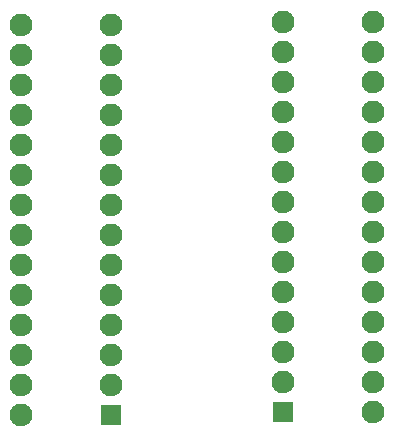
<source format=gbr>
G04 GERBER ASCII OUTPUT FROM: EDWINXP (VER. 1.61 REV. 20080315)*
G04 GERBER FORMAT: RX-274-X*
G04 BOARD: DSPIC_ADAPTER*
G04 ARTWORK OF SOLD.MASK POSITIVE*
%ASAXBY*%
%FSLAX23Y23*%
%MIA0B0*%
%MOIN*%
%OFA0.0000B0.0000*%
%SFA1B1*%
%IJA0B0*%
%INLAYER30POS*%
%IOA0B0*%
%IPPOS*%
%IR0*%
G04 APERTURE MACROS*
%AMEDWDONUT*
1,1,$1,$2,$3*
1,0,$4,$2,$3*
%
%AMEDWFRECT*
20,1,$1,$2,$3,$4,$5,$6*
%
%AMEDWORECT*
20,1,$1,$2,$3,$4,$5,$10*
20,1,$1,$4,$5,$6,$7,$10*
20,1,$1,$6,$7,$8,$9,$10*
20,1,$1,$8,$9,$2,$3,$10*
1,1,$1,$2,$3*
1,1,$1,$4,$5*
1,1,$1,$6,$7*
1,1,$1,$8,$9*
%
%AMEDWLINER*
20,1,$1,$2,$3,$4,$5,$6*
1,1,$1,$2,$3*
1,1,$1,$4,$5*
%
%AMEDWFTRNG*
4,1,3,$1,$2,$3,$4,$5,$6,$7,$8,$9*
%
%AMEDWATRNG*
4,1,3,$1,$2,$3,$4,$5,$6,$7,$8,$9*
20,1,$11,$1,$2,$3,$4,$10*
20,1,$11,$3,$4,$5,$6,$10*
20,1,$11,$5,$6,$7,$8,$10*
1,1,$11,$3,$4*
1,1,$11,$5,$6*
1,1,$11,$7,$8*
%
%AMEDWOTRNG*
20,1,$1,$2,$3,$4,$5,$8*
20,1,$1,$4,$5,$6,$7,$8*
20,1,$1,$6,$7,$2,$3,$8*
1,1,$1,$2,$3*
1,1,$1,$4,$5*
1,1,$1,$6,$7*
%
G04*
G04 APERTURE LIST*
%ADD10R,0.0500X0.0460*%
%ADD11R,0.0740X0.0700*%
%ADD12R,0.0440X0.0400*%
%ADD13R,0.0680X0.0640*%
%ADD14R,0.0460X0.0500*%
%ADD15R,0.0700X0.0740*%
%ADD16R,0.0400X0.0440*%
%ADD17R,0.0640X0.0680*%
%ADD18R,0.0700X0.0700*%
%ADD19R,0.0940X0.0940*%
%ADD20R,0.0600X0.0600*%
%ADD21R,0.0840X0.0840*%
%ADD22C,0.0010*%
%ADD24C,0.00197*%
%ADD26C,0.0020*%
%ADD27R,0.0020X0.0020*%
%ADD28C,0.0030*%
%ADD29R,0.0030X0.0030*%
%ADD30C,0.00302*%
%ADD31R,0.00302X0.00302*%
%ADD32C,0.0040*%
%ADD33R,0.0040X0.0040*%
%ADD34C,0.0050*%
%ADD35R,0.0050X0.0050*%
%ADD36C,0.00512*%
%ADD38C,0.00787*%
%ADD39R,0.00787X0.00787*%
%ADD40C,0.0080*%
%ADD42C,0.00889*%
%ADD43R,0.00889X0.00889*%
%ADD44C,0.00984*%
%ADD45R,0.00984X0.00984*%
%ADD46C,0.0100*%
%ADD47R,0.0100X0.0100*%
%ADD48C,0.01181*%
%ADD50C,0.0120*%
%ADD52C,0.0120*%
%ADD54C,0.0130*%
%ADD56C,0.01478*%
%ADD57R,0.01478X0.01478*%
%ADD58C,0.01575*%
%ADD60C,0.01677*%
%ADD61R,0.01677X0.01677*%
%ADD62C,0.01969*%
%ADD63R,0.01969X0.01969*%
%ADD64C,0.0235*%
%ADD65R,0.0235X0.0235*%
%ADD66C,0.02362*%
%ADD68C,0.0240*%
%ADD70C,0.0240*%
%ADD72C,0.02518*%
%ADD73R,0.02518X0.02518*%
%ADD74C,0.02597*%
%ADD76C,0.02602*%
%ADD77R,0.02602X0.02602*%
%ADD78C,0.0290*%
%ADD80C,0.02912*%
%ADD81R,0.02912X0.02912*%
%ADD82C,0.0300*%
%ADD83R,0.0300X0.0300*%
%ADD84C,0.03022*%
%ADD85R,0.03022X0.03022*%
%ADD86C,0.03187*%
%ADD88C,0.0320*%
%ADD90C,0.03274*%
%ADD91R,0.03274X0.03274*%
%ADD92C,0.0350*%
%ADD93R,0.0350X0.0350*%
%ADD94C,0.03581*%
%ADD96C,0.03609*%
%ADD97R,0.03609X0.03609*%
%ADD98C,0.0370*%
%ADD100C,0.03861*%
%ADD101R,0.03861X0.03861*%
%ADD102C,0.03937*%
%ADD103R,0.03937X0.03937*%
%ADD104C,0.03975*%
%ADD106C,0.04029*%
%ADD107R,0.04029X0.04029*%
%ADD108C,0.04077*%
%ADD109R,0.04077X0.04077*%
%ADD110C,0.0470*%
%ADD111R,0.0470X0.0470*%
%ADD112C,0.0475*%
%ADD113R,0.0475X0.0475*%
%ADD114C,0.04762*%
%ADD115R,0.04762X0.04762*%
%ADD116C,0.04784*%
%ADD117R,0.04784X0.04784*%
%ADD118C,0.04918*%
%ADD119R,0.04918X0.04918*%
%ADD120C,0.0500*%
%ADD121R,0.0500X0.0500*%
%ADD122C,0.05002*%
%ADD123R,0.05002X0.05002*%
%ADD124C,0.05036*%
%ADD125R,0.05036X0.05036*%
%ADD126C,0.0512*%
%ADD127R,0.0512X0.0512*%
%ADD128C,0.05422*%
%ADD129R,0.05422X0.05422*%
%ADD130C,0.05451*%
%ADD131R,0.05451X0.05451*%
%ADD132C,0.0560*%
%ADD133R,0.0560X0.0560*%
%ADD134C,0.05674*%
%ADD135R,0.05674X0.05674*%
%ADD136C,0.05906*%
%ADD137R,0.05906X0.05906*%
%ADD138C,0.0600*%
%ADD139R,0.0600X0.0600*%
%ADD140C,0.06009*%
%ADD141R,0.06009X0.06009*%
%ADD142C,0.06127*%
%ADD143R,0.06127X0.06127*%
%ADD144C,0.0620*%
%ADD146C,0.06261*%
%ADD147R,0.06261X0.06261*%
%ADD148C,0.06429*%
%ADD149R,0.06429X0.06429*%
%ADD150C,0.06793*%
%ADD151R,0.06793X0.06793*%
%ADD152C,0.06799*%
%ADD153R,0.06799X0.06799*%
%ADD154C,0.06906*%
%ADD155R,0.06906X0.06906*%
%ADD156C,0.0700*%
%ADD157R,0.0700X0.0700*%
%ADD158C,0.07051*%
%ADD159R,0.07051X0.07051*%
%ADD160C,0.0710*%
%ADD161R,0.0710X0.0710*%
%ADD162C,0.07184*%
%ADD163R,0.07184X0.07184*%
%ADD164C,0.07296*%
%ADD165R,0.07296X0.07296*%
%ADD166C,0.0738*%
%ADD167R,0.0738X0.0738*%
%ADD168C,0.07436*%
%ADD169R,0.07436X0.07436*%
%ADD170C,0.0752*%
%ADD171R,0.0752X0.0752*%
%ADD172C,0.0760*%
%ADD174C,0.07851*%
%ADD175R,0.07851X0.07851*%
%ADD176C,0.07883*%
%ADD177R,0.07883X0.07883*%
%ADD178C,0.0800*%
%ADD179R,0.0800X0.0800*%
%ADD180C,0.08527*%
%ADD181R,0.08527X0.08527*%
%ADD182C,0.0860*%
%ADD184C,0.08646*%
%ADD185R,0.08646X0.08646*%
%ADD186C,0.08981*%
%ADD187R,0.08981X0.08981*%
%ADD188C,0.09193*%
%ADD189R,0.09193X0.09193*%
%ADD190C,0.09199*%
%ADD191R,0.09199X0.09199*%
%ADD192C,0.09451*%
%ADD193R,0.09451X0.09451*%
%ADD194C,0.09696*%
%ADD195R,0.09696X0.09696*%
%ADD196C,0.0978*%
%ADD197R,0.0978X0.0978*%
%ADD198C,0.09811*%
%ADD199R,0.09811X0.09811*%
%ADD200C,0.1000*%
%ADD203R,0.10283X0.10283*%
%ADD205R,0.11046X0.11046*%
%ADD207R,0.11381X0.11381*%
%ADD209R,0.11835X0.11835*%
%ADD211R,0.12211X0.12211*%
%ADD213R,0.12339X0.12339*%
%ADD215R,0.12423X0.12423*%
%ADD217R,0.12842X0.12842*%
%ADD219R,0.13934X0.13934*%
%ADD221R,0.14235X0.14235*%
%ADD223R,0.14507X0.14507*%
%ADD225R,0.14739X0.14739*%
%ADD227R,0.14823X0.14823*%
%ADD229R,0.15242X0.15242*%
%ADD231R,0.16334X0.16334*%
%ADD233R,0.16907X0.16907*%
%ADD235R,0.17039X0.17039*%
%ADD237R,0.19439X0.19439*%
%ADD239R,0.21152X0.21152*%
%ADD241R,0.23552X0.23552*%
%ADD243R,0.26776X0.26776*%
%ADD245R,0.27783X0.27783*%
%ADD247R,0.28035X0.28035*%
%ADD249R,0.29176X0.29176*%
%ADD251R,0.30183X0.30183*%
%ADD253R,0.30435X0.30435*%
%ADD255R,0.49943X0.49943*%
%ADD257R,0.52041X0.52041*%
%ADD259R,0.52209X0.52209*%
%ADD261R,0.52343X0.52343*%
%ADD263R,0.54441X0.54441*%
%ADD265R,0.54609X0.54609*%
%ADD266C,0.64609*%
%ADD267R,0.64609X0.64609*%
%ADD268C,0.74609*%
%ADD269R,0.74609X0.74609*%
%ADD270C,0.84609*%
%ADD271R,0.84609X0.84609*%
%ADD272C,0.94609*%
%ADD273R,0.94609X0.94609*%
%ADD274C,1.04609*%
%ADD275R,1.04609X1.04609*%
%ADD276C,1.14609*%
%ADD277R,1.14609X1.14609*%
%ADD278C,1.24609*%
%ADD279R,1.24609X1.24609*%
%ADD280C,1.34609*%
%ADD281R,1.34609X1.34609*%
%ADD282C,1.44609*%
%ADD283R,1.44609X1.44609*%
%ADD284C,1.54609*%
%ADD285R,1.54609X1.54609*%
%ADD286C,1.64609*%
%ADD287R,1.64609X1.64609*%
%ADD288C,1.74609*%
%ADD289R,1.74609X1.74609*%
%ADD290C,1.84609*%
%ADD291R,1.84609X1.84609*%
%ADD292C,1.94609*%
%ADD293R,1.94609X1.94609*%
G04*
D18* 
X938Y75D02*D03*
D172*
X938Y175D02*D03*
X938Y275D02*D03*
X938Y375D02*D03*
X938Y475D02*D03*
X938Y575D02*D03*
X938Y675D02*D03*
X938Y775D02*D03*
X938Y875D02*D03*
X938Y975D02*D03*
X938Y1075D02*D03*
X938Y1175D02*D03*
X938Y1275D02*D03*
X938Y1375D02*D03*
X1238Y1375D02*D03*
X1238Y1275D02*D03*
X1238Y1175D02*D03*
X1238Y1075D02*D03*
X1238Y975D02*D03*
X1238Y875D02*D03*
X1238Y775D02*D03*
X1238Y675D02*D03*
X1238Y575D02*D03*
X1238Y475D02*D03*
X1238Y375D02*D03*
X1238Y275D02*D03*
X1238Y175D02*D03*
X1238Y75D02*D03*
D18* 
X363Y63D02*D03*
D172*
X363Y163D02*D03*
X363Y263D02*D03*
X363Y363D02*D03*
X363Y463D02*D03*
X363Y563D02*D03*
X363Y663D02*D03*
X363Y763D02*D03*
X363Y863D02*D03*
X363Y963D02*D03*
X363Y1063D02*D03*
X363Y1163D02*D03*
X363Y1263D02*D03*
X363Y1363D02*D03*
X63Y1363D02*D03*
X63Y1263D02*D03*
X63Y1163D02*D03*
X63Y1063D02*D03*
X63Y963D02*D03*
X63Y863D02*D03*
X63Y763D02*D03*
X63Y663D02*D03*
X63Y563D02*D03*
X63Y463D02*D03*
X63Y363D02*D03*
X63Y263D02*D03*
X63Y163D02*D03*
X63Y63D02*D03*
M02*

</source>
